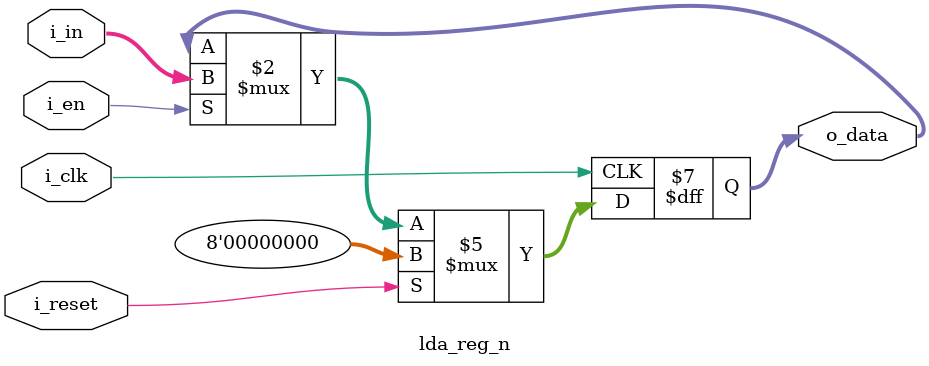
<source format=sv>
module lda_reg_n #
(
	parameter N = 8
)
(
	input i_clk,
	input i_reset,
	input i_en,
	input [N-1:0] i_in,

	output logic [N-1:0] o_data
);
	always_ff @(posedge i_clk) begin
		if (i_reset) o_data <= '0;
		else if(i_en) o_data <= i_in;
	end

endmodule
</source>
